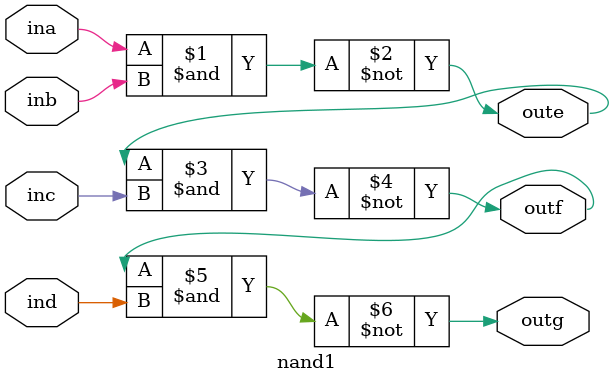
<source format=v>
`timescale 1ns / 1ps

module nand1(
    input ina, inb, inc, ind,
    output oute, outf, outg
);
    
    assign oute = ~(ina & inb);
    assign outf = ~(oute & inc);
    assign outg = ~(outf & ind);
    
endmodule

</source>
